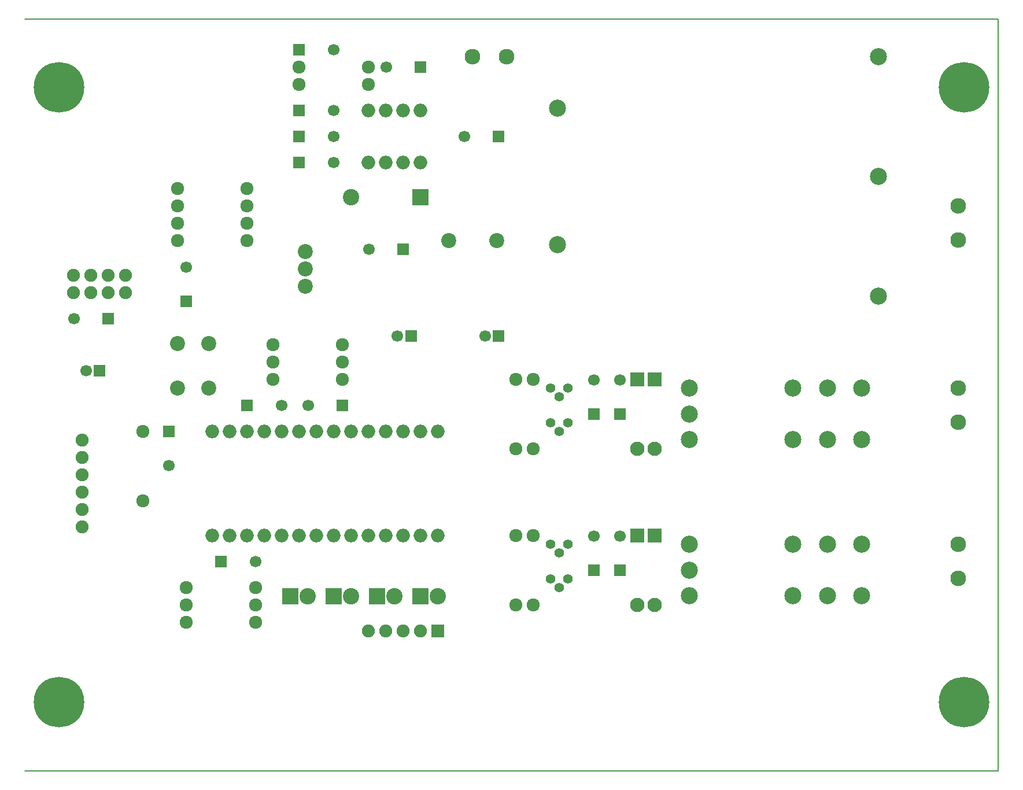
<source format=gbr>
G04 #@! TF.FileFunction,Soldermask,Bot*
%FSLAX46Y46*%
G04 Gerber Fmt 4.6, Leading zero omitted, Abs format (unit mm)*
G04 Created by KiCad (PCBNEW 4.0.2+dfsg1-stable) date Wed 05 Apr 2017 10:48:54 PM CEST*
%MOMM*%
G01*
G04 APERTURE LIST*
%ADD10C,0.100000*%
%ADD11C,0.150000*%
%ADD12R,1.700000X1.700000*%
%ADD13C,1.700000*%
%ADD14C,2.398980*%
%ADD15R,2.398980X2.398980*%
%ADD16R,2.400000X2.400000*%
%ADD17C,2.400000*%
%ADD18C,2.099260*%
%ADD19R,2.099260X2.099260*%
%ADD20C,2.200000*%
%ADD21C,1.400760*%
%ADD22C,1.924000*%
%ADD23R,1.900000X1.900000*%
%ADD24C,1.900000*%
%ADD25C,2.500000*%
%ADD26O,2.000000X2.000000*%
%ADD27C,2.300000*%
%ADD28C,7.400000*%
G04 APERTURE END LIST*
D10*
D11*
X57000000Y-50000000D02*
G75*
G03X57000000Y-50000000I-2000000J0D01*
G01*
X189500000Y-50000000D02*
G75*
G03X189500000Y-50000000I-2000000J0D01*
G01*
X189500000Y-140000000D02*
G75*
G03X189500000Y-140000000I-2000000J0D01*
G01*
X57000000Y-140000000D02*
G75*
G03X57000000Y-140000000I-2000000J0D01*
G01*
X50000000Y-150000000D02*
X192500000Y-150000000D01*
X192500000Y-40000000D02*
X50000000Y-40000000D01*
X192500000Y-48000000D02*
X192500000Y-150000000D01*
X192500000Y-40000000D02*
X192500000Y-48000000D01*
D12*
X119380000Y-57150000D03*
D13*
X114380000Y-57150000D03*
D12*
X90170000Y-53340000D03*
D13*
X95170000Y-53340000D03*
D12*
X62230000Y-83820000D03*
D13*
X57230000Y-83820000D03*
D12*
X90170000Y-57150000D03*
D13*
X95170000Y-57150000D03*
D12*
X60960000Y-91440000D03*
D13*
X58960000Y-91440000D03*
D12*
X90170000Y-60960000D03*
D13*
X95170000Y-60960000D03*
D12*
X90170000Y-44450000D03*
D13*
X95170000Y-44450000D03*
D12*
X107950000Y-46990000D03*
D13*
X102950000Y-46990000D03*
D12*
X105410000Y-73660000D03*
D13*
X100410000Y-73660000D03*
D12*
X96520000Y-96520000D03*
D13*
X91520000Y-96520000D03*
D12*
X73660000Y-81280000D03*
D13*
X73660000Y-76280000D03*
D12*
X82550000Y-96520000D03*
D13*
X87550000Y-96520000D03*
D12*
X106553000Y-86360000D03*
D13*
X104553000Y-86360000D03*
D12*
X119380000Y-86360000D03*
D13*
X117380000Y-86360000D03*
D12*
X137160000Y-97790000D03*
D13*
X137160000Y-92790000D03*
D12*
X78740000Y-119380000D03*
D13*
X83740000Y-119380000D03*
D12*
X71120000Y-100330000D03*
D13*
X71120000Y-105330000D03*
D12*
X133350000Y-97790000D03*
D13*
X133350000Y-92790000D03*
D12*
X137160000Y-120650000D03*
D13*
X137160000Y-115650000D03*
D12*
X133350000Y-120650000D03*
D13*
X133350000Y-115650000D03*
D14*
X97790000Y-66042540D03*
D15*
X107950000Y-66042540D03*
D16*
X107950000Y-124460000D03*
D17*
X110490000Y-124460000D03*
D16*
X101600000Y-124460000D03*
D17*
X104140000Y-124460000D03*
D16*
X95250000Y-124460000D03*
D17*
X97790000Y-124460000D03*
D16*
X88900000Y-124460000D03*
D17*
X91440000Y-124460000D03*
D18*
X139702540Y-102870520D03*
D19*
X139702540Y-92710520D03*
D18*
X142242540Y-125730520D03*
D19*
X142242540Y-115570520D03*
D18*
X139702540Y-125730520D03*
D19*
X139702540Y-115570520D03*
D20*
X119070000Y-72390000D03*
X112070000Y-72390000D03*
D21*
X128270000Y-95250000D03*
X127000000Y-93980000D03*
X129540000Y-93980000D03*
X128270000Y-100330000D03*
X127000000Y-99060000D03*
X129540000Y-99060000D03*
X128270000Y-118110000D03*
X127000000Y-116840000D03*
X129540000Y-116840000D03*
X128270000Y-123190000D03*
X127000000Y-121920000D03*
X129540000Y-121920000D03*
D22*
X90170000Y-46990000D03*
X100330000Y-46990000D03*
X100330000Y-49530000D03*
X90170000Y-49530000D03*
X82550000Y-64770000D03*
X72390000Y-64770000D03*
X72390000Y-72390000D03*
X82550000Y-72390000D03*
X82550000Y-67310000D03*
X72390000Y-67310000D03*
X86360000Y-87630000D03*
X96520000Y-87630000D03*
X96520000Y-90170000D03*
X86360000Y-90170000D03*
X82550000Y-69850000D03*
X72390000Y-69850000D03*
X96520000Y-92710000D03*
X86360000Y-92710000D03*
X124460000Y-92710000D03*
X124460000Y-102870000D03*
D23*
X110490000Y-129540000D03*
D24*
X107950000Y-129540000D03*
X105410000Y-129540000D03*
X102870000Y-129540000D03*
X100330000Y-129540000D03*
D25*
X147320000Y-93980000D03*
X147320000Y-97760000D03*
X147320000Y-101540000D03*
X162440000Y-101540000D03*
X167480000Y-101540000D03*
X172520000Y-101540000D03*
X172520000Y-93980000D03*
X167480000Y-93980000D03*
X162440000Y-93980000D03*
D22*
X121920000Y-92710000D03*
X121920000Y-102870000D03*
X73660000Y-123190000D03*
X83820000Y-123190000D03*
X73660000Y-128270000D03*
X83820000Y-128270000D03*
X67310000Y-100330000D03*
X67310000Y-110490000D03*
X124460000Y-115570000D03*
X124460000Y-125730000D03*
D25*
X147320000Y-116840000D03*
X147320000Y-120620000D03*
X147320000Y-124400000D03*
X162440000Y-124400000D03*
X167480000Y-124400000D03*
X172520000Y-124400000D03*
X172520000Y-116840000D03*
X167480000Y-116840000D03*
X162440000Y-116840000D03*
D22*
X121920000Y-115570000D03*
X121920000Y-125730000D03*
X73660000Y-125730000D03*
X83820000Y-125730000D03*
D20*
X91059000Y-76581000D03*
X91059000Y-79121000D03*
X91059000Y-74041000D03*
X72390000Y-93980000D03*
X76890000Y-93980000D03*
X72390000Y-87480000D03*
X76890000Y-87480000D03*
D24*
X58420000Y-101600000D03*
X58420000Y-104140000D03*
X58420000Y-106680000D03*
X58420000Y-109220000D03*
X58420000Y-111760000D03*
X58420000Y-114300000D03*
X57150000Y-77470000D03*
X64770000Y-80010000D03*
X57150000Y-80010000D03*
X64770000Y-77470000D03*
X59690000Y-77470000D03*
X62230000Y-80010000D03*
X59690000Y-80010000D03*
X62230000Y-77470000D03*
D26*
X100330000Y-60960000D03*
X102870000Y-60960000D03*
X105410000Y-60960000D03*
X107950000Y-60960000D03*
X107950000Y-53340000D03*
X105410000Y-53340000D03*
X102870000Y-53340000D03*
X100330000Y-53340000D03*
X77470000Y-115570000D03*
X80010000Y-115570000D03*
X82550000Y-115570000D03*
X85090000Y-115570000D03*
X87630000Y-115570000D03*
X90170000Y-115570000D03*
X92710000Y-115570000D03*
X95250000Y-115570000D03*
X97790000Y-115570000D03*
X100330000Y-115570000D03*
X102870000Y-115570000D03*
X105410000Y-115570000D03*
X107950000Y-115570000D03*
X110490000Y-115570000D03*
X110490000Y-100330000D03*
X107950000Y-100330000D03*
X105410000Y-100330000D03*
X102870000Y-100330000D03*
X100330000Y-100330000D03*
X97790000Y-100330000D03*
X95250000Y-100330000D03*
X92710000Y-100330000D03*
X90170000Y-100330000D03*
X87630000Y-100330000D03*
X85090000Y-100330000D03*
X82550000Y-100330000D03*
X80010000Y-100330000D03*
X77470000Y-100330000D03*
D25*
X175000000Y-45500000D03*
X175000000Y-63000000D03*
X128000000Y-53000000D03*
X128000000Y-73000000D03*
X175000000Y-80500000D03*
D27*
X186690000Y-67350000D03*
X186690000Y-72350000D03*
X186690000Y-94020000D03*
X186690000Y-99020000D03*
X186690000Y-116880000D03*
X186690000Y-121880000D03*
X120500000Y-45500000D03*
X115500000Y-45500000D03*
D18*
X142242540Y-102870520D03*
D19*
X142242540Y-92710520D03*
D28*
X55000000Y-140000000D03*
X187500000Y-140000000D03*
X187500000Y-50000000D03*
X55000000Y-50000000D03*
M02*

</source>
